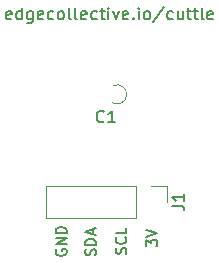
<source format=gbr>
G04 #@! TF.GenerationSoftware,KiCad,Pcbnew,5.1.4-e60b266~84~ubuntu18.04.1*
G04 #@! TF.CreationDate,2019-09-29T18:03:22-04:00*
G04 #@! TF.ProjectId,BAR30-SENSOR,42415233-302d-4534-954e-534f522e6b69,rev?*
G04 #@! TF.SameCoordinates,Original*
G04 #@! TF.FileFunction,Legend,Top*
G04 #@! TF.FilePolarity,Positive*
%FSLAX46Y46*%
G04 Gerber Fmt 4.6, Leading zero omitted, Abs format (unit mm)*
G04 Created by KiCad (PCBNEW 5.1.4-e60b266~84~ubuntu18.04.1) date 2019-09-29 18:03:22*
%MOMM*%
%LPD*%
G04 APERTURE LIST*
%ADD10C,0.150000*%
%ADD11C,0.200000*%
%ADD12C,0.120000*%
G04 APERTURE END LIST*
D10*
X46784666Y-37702121D02*
X46689428Y-37749740D01*
X46498952Y-37749740D01*
X46403714Y-37702121D01*
X46356095Y-37606883D01*
X46356095Y-37225931D01*
X46403714Y-37130693D01*
X46498952Y-37083074D01*
X46689428Y-37083074D01*
X46784666Y-37130693D01*
X46832285Y-37225931D01*
X46832285Y-37321169D01*
X46356095Y-37416407D01*
X47689428Y-37749740D02*
X47689428Y-36749740D01*
X47689428Y-37702121D02*
X47594190Y-37749740D01*
X47403714Y-37749740D01*
X47308476Y-37702121D01*
X47260857Y-37654502D01*
X47213238Y-37559264D01*
X47213238Y-37273550D01*
X47260857Y-37178312D01*
X47308476Y-37130693D01*
X47403714Y-37083074D01*
X47594190Y-37083074D01*
X47689428Y-37130693D01*
X48594190Y-37083074D02*
X48594190Y-37892598D01*
X48546571Y-37987836D01*
X48498952Y-38035455D01*
X48403714Y-38083074D01*
X48260857Y-38083074D01*
X48165619Y-38035455D01*
X48594190Y-37702121D02*
X48498952Y-37749740D01*
X48308476Y-37749740D01*
X48213238Y-37702121D01*
X48165619Y-37654502D01*
X48118000Y-37559264D01*
X48118000Y-37273550D01*
X48165619Y-37178312D01*
X48213238Y-37130693D01*
X48308476Y-37083074D01*
X48498952Y-37083074D01*
X48594190Y-37130693D01*
X49451333Y-37702121D02*
X49356095Y-37749740D01*
X49165619Y-37749740D01*
X49070380Y-37702121D01*
X49022761Y-37606883D01*
X49022761Y-37225931D01*
X49070380Y-37130693D01*
X49165619Y-37083074D01*
X49356095Y-37083074D01*
X49451333Y-37130693D01*
X49498952Y-37225931D01*
X49498952Y-37321169D01*
X49022761Y-37416407D01*
X50356095Y-37702121D02*
X50260857Y-37749740D01*
X50070380Y-37749740D01*
X49975142Y-37702121D01*
X49927523Y-37654502D01*
X49879904Y-37559264D01*
X49879904Y-37273550D01*
X49927523Y-37178312D01*
X49975142Y-37130693D01*
X50070380Y-37083074D01*
X50260857Y-37083074D01*
X50356095Y-37130693D01*
X50927523Y-37749740D02*
X50832285Y-37702121D01*
X50784666Y-37654502D01*
X50737047Y-37559264D01*
X50737047Y-37273550D01*
X50784666Y-37178312D01*
X50832285Y-37130693D01*
X50927523Y-37083074D01*
X51070380Y-37083074D01*
X51165619Y-37130693D01*
X51213238Y-37178312D01*
X51260857Y-37273550D01*
X51260857Y-37559264D01*
X51213238Y-37654502D01*
X51165619Y-37702121D01*
X51070380Y-37749740D01*
X50927523Y-37749740D01*
X51832285Y-37749740D02*
X51737047Y-37702121D01*
X51689428Y-37606883D01*
X51689428Y-36749740D01*
X52356095Y-37749740D02*
X52260857Y-37702121D01*
X52213238Y-37606883D01*
X52213238Y-36749740D01*
X53118000Y-37702121D02*
X53022761Y-37749740D01*
X52832285Y-37749740D01*
X52737047Y-37702121D01*
X52689428Y-37606883D01*
X52689428Y-37225931D01*
X52737047Y-37130693D01*
X52832285Y-37083074D01*
X53022761Y-37083074D01*
X53118000Y-37130693D01*
X53165619Y-37225931D01*
X53165619Y-37321169D01*
X52689428Y-37416407D01*
X54022761Y-37702121D02*
X53927523Y-37749740D01*
X53737047Y-37749740D01*
X53641809Y-37702121D01*
X53594190Y-37654502D01*
X53546571Y-37559264D01*
X53546571Y-37273550D01*
X53594190Y-37178312D01*
X53641809Y-37130693D01*
X53737047Y-37083074D01*
X53927523Y-37083074D01*
X54022761Y-37130693D01*
X54308476Y-37083074D02*
X54689428Y-37083074D01*
X54451333Y-36749740D02*
X54451333Y-37606883D01*
X54498952Y-37702121D01*
X54594190Y-37749740D01*
X54689428Y-37749740D01*
X55022761Y-37749740D02*
X55022761Y-37083074D01*
X55022761Y-36749740D02*
X54975142Y-36797360D01*
X55022761Y-36844979D01*
X55070380Y-36797360D01*
X55022761Y-36749740D01*
X55022761Y-36844979D01*
X55403714Y-37083074D02*
X55641809Y-37749740D01*
X55879904Y-37083074D01*
X56641809Y-37702121D02*
X56546571Y-37749740D01*
X56356095Y-37749740D01*
X56260857Y-37702121D01*
X56213238Y-37606883D01*
X56213238Y-37225931D01*
X56260857Y-37130693D01*
X56356095Y-37083074D01*
X56546571Y-37083074D01*
X56641809Y-37130693D01*
X56689428Y-37225931D01*
X56689428Y-37321169D01*
X56213238Y-37416407D01*
X57117999Y-37654502D02*
X57165619Y-37702121D01*
X57117999Y-37749740D01*
X57070380Y-37702121D01*
X57117999Y-37654502D01*
X57117999Y-37749740D01*
X57594190Y-37749740D02*
X57594190Y-37083074D01*
X57594190Y-36749740D02*
X57546571Y-36797360D01*
X57594190Y-36844979D01*
X57641809Y-36797360D01*
X57594190Y-36749740D01*
X57594190Y-36844979D01*
X58213238Y-37749740D02*
X58117999Y-37702121D01*
X58070380Y-37654502D01*
X58022761Y-37559264D01*
X58022761Y-37273550D01*
X58070380Y-37178312D01*
X58117999Y-37130693D01*
X58213238Y-37083074D01*
X58356095Y-37083074D01*
X58451333Y-37130693D01*
X58498952Y-37178312D01*
X58546571Y-37273550D01*
X58546571Y-37559264D01*
X58498952Y-37654502D01*
X58451333Y-37702121D01*
X58356095Y-37749740D01*
X58213238Y-37749740D01*
X59689428Y-36702121D02*
X58832285Y-37987836D01*
X60451333Y-37702121D02*
X60356095Y-37749740D01*
X60165619Y-37749740D01*
X60070380Y-37702121D01*
X60022761Y-37654502D01*
X59975142Y-37559264D01*
X59975142Y-37273550D01*
X60022761Y-37178312D01*
X60070380Y-37130693D01*
X60165619Y-37083074D01*
X60356095Y-37083074D01*
X60451333Y-37130693D01*
X61308476Y-37083074D02*
X61308476Y-37749740D01*
X60879904Y-37083074D02*
X60879904Y-37606883D01*
X60927523Y-37702121D01*
X61022761Y-37749740D01*
X61165619Y-37749740D01*
X61260857Y-37702121D01*
X61308476Y-37654502D01*
X61641809Y-37083074D02*
X62022761Y-37083074D01*
X61784666Y-36749740D02*
X61784666Y-37606883D01*
X61832285Y-37702121D01*
X61927523Y-37749740D01*
X62022761Y-37749740D01*
X62213238Y-37083074D02*
X62594190Y-37083074D01*
X62356095Y-36749740D02*
X62356095Y-37606883D01*
X62403714Y-37702121D01*
X62498952Y-37749740D01*
X62594190Y-37749740D01*
X63070380Y-37749740D02*
X62975142Y-37702121D01*
X62927523Y-37606883D01*
X62927523Y-36749740D01*
X63832285Y-37702121D02*
X63737047Y-37749740D01*
X63546571Y-37749740D01*
X63451333Y-37702121D01*
X63403714Y-37606883D01*
X63403714Y-37225931D01*
X63451333Y-37130693D01*
X63546571Y-37083074D01*
X63737047Y-37083074D01*
X63832285Y-37130693D01*
X63879904Y-37225931D01*
X63879904Y-37321169D01*
X63403714Y-37416407D01*
D11*
X53902405Y-57724697D02*
X53945262Y-57596125D01*
X53945262Y-57381840D01*
X53902405Y-57296125D01*
X53859548Y-57253268D01*
X53773834Y-57210411D01*
X53688120Y-57210411D01*
X53602405Y-57253268D01*
X53559548Y-57296125D01*
X53516691Y-57381840D01*
X53473834Y-57553268D01*
X53430977Y-57638982D01*
X53388120Y-57681840D01*
X53302405Y-57724697D01*
X53216691Y-57724697D01*
X53130977Y-57681840D01*
X53088120Y-57638982D01*
X53045262Y-57553268D01*
X53045262Y-57338982D01*
X53088120Y-57210411D01*
X53945262Y-56824697D02*
X53045262Y-56824697D01*
X53045262Y-56610411D01*
X53088120Y-56481840D01*
X53173834Y-56396125D01*
X53259548Y-56353268D01*
X53430977Y-56310411D01*
X53559548Y-56310411D01*
X53730977Y-56353268D01*
X53816691Y-56396125D01*
X53902405Y-56481840D01*
X53945262Y-56610411D01*
X53945262Y-56824697D01*
X53688120Y-55967554D02*
X53688120Y-55538982D01*
X53945262Y-56053268D02*
X53045262Y-55753268D01*
X53945262Y-55453268D01*
X50614160Y-57236274D02*
X50571302Y-57321988D01*
X50571302Y-57450560D01*
X50614160Y-57579131D01*
X50699874Y-57664845D01*
X50785588Y-57707702D01*
X50957017Y-57750560D01*
X51085588Y-57750560D01*
X51257017Y-57707702D01*
X51342731Y-57664845D01*
X51428445Y-57579131D01*
X51471302Y-57450560D01*
X51471302Y-57364845D01*
X51428445Y-57236274D01*
X51385588Y-57193417D01*
X51085588Y-57193417D01*
X51085588Y-57364845D01*
X51471302Y-56807702D02*
X50571302Y-56807702D01*
X51471302Y-56293417D01*
X50571302Y-56293417D01*
X51471302Y-55864845D02*
X50571302Y-55864845D01*
X50571302Y-55650560D01*
X50614160Y-55521988D01*
X50699874Y-55436274D01*
X50785588Y-55393417D01*
X50957017Y-55350560D01*
X51085588Y-55350560D01*
X51257017Y-55393417D01*
X51342731Y-55436274D01*
X51428445Y-55521988D01*
X51471302Y-55650560D01*
X51471302Y-55864845D01*
X58242102Y-56961954D02*
X58242102Y-56404811D01*
X58584960Y-56704811D01*
X58584960Y-56576240D01*
X58627817Y-56490525D01*
X58670674Y-56447668D01*
X58756388Y-56404811D01*
X58970674Y-56404811D01*
X59056388Y-56447668D01*
X59099245Y-56490525D01*
X59142102Y-56576240D01*
X59142102Y-56833382D01*
X59099245Y-56919097D01*
X59056388Y-56961954D01*
X58242102Y-56147668D02*
X59142102Y-55847668D01*
X58242102Y-55547668D01*
X56493205Y-57611828D02*
X56536062Y-57483257D01*
X56536062Y-57268971D01*
X56493205Y-57183257D01*
X56450348Y-57140400D01*
X56364634Y-57097542D01*
X56278920Y-57097542D01*
X56193205Y-57140400D01*
X56150348Y-57183257D01*
X56107491Y-57268971D01*
X56064634Y-57440400D01*
X56021777Y-57526114D01*
X55978920Y-57568971D01*
X55893205Y-57611828D01*
X55807491Y-57611828D01*
X55721777Y-57568971D01*
X55678920Y-57526114D01*
X55636062Y-57440400D01*
X55636062Y-57226114D01*
X55678920Y-57097542D01*
X56450348Y-56197542D02*
X56493205Y-56240400D01*
X56536062Y-56368971D01*
X56536062Y-56454685D01*
X56493205Y-56583257D01*
X56407491Y-56668971D01*
X56321777Y-56711828D01*
X56150348Y-56754685D01*
X56021777Y-56754685D01*
X55850348Y-56711828D01*
X55764634Y-56668971D01*
X55678920Y-56583257D01*
X55636062Y-56454685D01*
X55636062Y-56368971D01*
X55678920Y-56240400D01*
X55721777Y-56197542D01*
X56536062Y-55383257D02*
X56536062Y-55811828D01*
X55636062Y-55811828D01*
D12*
X49699000Y-51886840D02*
X49699000Y-54546840D01*
X57379000Y-51886840D02*
X49699000Y-51886840D01*
X57379000Y-54546840D02*
X49699000Y-54546840D01*
X57379000Y-51886840D02*
X57379000Y-54546840D01*
X58649000Y-51886840D02*
X59979000Y-51886840D01*
X59979000Y-51886840D02*
X59979000Y-53216840D01*
X55432905Y-43360281D02*
G75*
G02X55335867Y-44809640I320095J-749359D01*
G01*
D10*
X60431380Y-53550173D02*
X61145666Y-53550173D01*
X61288523Y-53597792D01*
X61383761Y-53693030D01*
X61431380Y-53835887D01*
X61431380Y-53931125D01*
X61431380Y-52550173D02*
X61431380Y-53121601D01*
X61431380Y-52835887D02*
X60431380Y-52835887D01*
X60574238Y-52931125D01*
X60669476Y-53026363D01*
X60717095Y-53121601D01*
X54636333Y-46386782D02*
X54588714Y-46434401D01*
X54445857Y-46482020D01*
X54350619Y-46482020D01*
X54207761Y-46434401D01*
X54112523Y-46339163D01*
X54064904Y-46243925D01*
X54017285Y-46053449D01*
X54017285Y-45910592D01*
X54064904Y-45720116D01*
X54112523Y-45624878D01*
X54207761Y-45529640D01*
X54350619Y-45482020D01*
X54445857Y-45482020D01*
X54588714Y-45529640D01*
X54636333Y-45577259D01*
X55588714Y-46482020D02*
X55017285Y-46482020D01*
X55303000Y-46482020D02*
X55303000Y-45482020D01*
X55207761Y-45624878D01*
X55112523Y-45720116D01*
X55017285Y-45767735D01*
M02*

</source>
